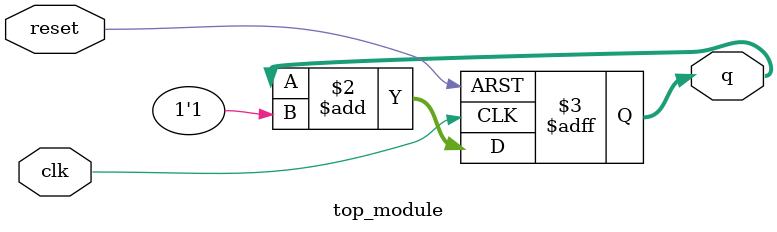
<source format=sv>
module top_module(
	input clk,
	input reset,
	output reg [3:0] q);

	always @(posedge clk or posedge reset) begin
		if (reset) begin
			q <= 4'b0000; // Reset counter to 0
		end else begin
			q <= q + 1'b1; // Increment counter by 1
		end
	end

endmodule

</source>
